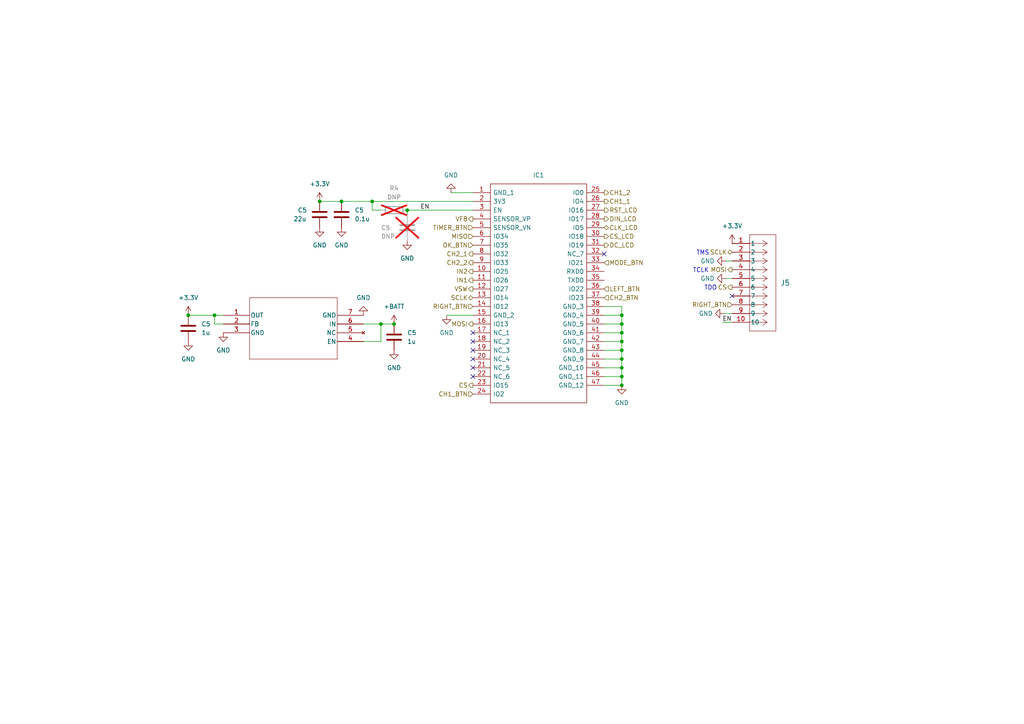
<source format=kicad_sch>
(kicad_sch (version 20230121) (generator eeschema)
  (paper "A4")
  (lib_symbols
    (symbol "2023-09-03_14-36-57:20021121-00010C4LF" (pin_names (offset 0.254)) (in_bom no)
      (property "Reference" "J" (at 8.89 6.35 0))
      (symbol "20021121-00010C4LF_1_1"
        (polyline (pts (xy 5.08 -25.4) (xy 12.7 -25.4)) (stroke (width 0.127)))
        (polyline (pts (xy 5.08 2.54) (xy 5.08 -25.4)) (stroke (width 0.127)))
        (polyline (pts (xy 10.16 -22.86) (xy 5.08 -22.86)) (stroke (width 0.127)))
        (polyline (pts (xy 10.16 -22.86) (xy 8.89 -23.7067)) (stroke (width 0.127)))
        (polyline (pts (xy 10.16 -22.86) (xy 8.89 -22.0133)) (stroke (width 0.127)))
        (polyline (pts (xy 10.16 -20.32) (xy 5.08 -20.32)) (stroke (width 0.127)))
        (polyline (pts (xy 10.16 -20.32) (xy 8.89 -21.1667)) (stroke (width 0.127)))
        (polyline (pts (xy 10.16 -20.32) (xy 8.89 -19.4733)) (stroke (width 0.127)))
        (polyline (pts (xy 10.16 -17.78) (xy 5.08 -17.78)) (stroke (width 0.127)))
        (polyline (pts (xy 10.16 -17.78) (xy 8.89 -18.6267)) (stroke (width 0.127)))
        (polyline (pts (xy 10.16 -17.78) (xy 8.89 -16.9333)) (stroke (width 0.127)))
        (polyline (pts (xy 10.16 -15.24) (xy 5.08 -15.24)) (stroke (width 0.127)))
        (polyline (pts (xy 10.16 -15.24) (xy 8.89 -16.0867)) (stroke (width 0.127)))
        (polyline (pts (xy 10.16 -15.24) (xy 8.89 -14.3933)) (stroke (width 0.127)))
        (polyline (pts (xy 10.16 -12.7) (xy 5.08 -12.7)) (stroke (width 0.127)))
        (polyline (pts (xy 10.16 -12.7) (xy 8.89 -13.5467)) (stroke (width 0.127)))
        (polyline (pts (xy 10.16 -12.7) (xy 8.89 -11.8533)) (stroke (width 0.127)))
        (polyline (pts (xy 10.16 -10.16) (xy 5.08 -10.16)) (stroke (width 0.127)))
        (polyline (pts (xy 10.16 -10.16) (xy 8.89 -11.0067)) (stroke (width 0.127)))
        (polyline (pts (xy 10.16 -10.16) (xy 8.89 -9.3133)) (stroke (width 0.127)))
        (polyline (pts (xy 10.16 -7.62) (xy 5.08 -7.62)) (stroke (width 0.127)))
        (polyline (pts (xy 10.16 -7.62) (xy 8.89 -8.4667)) (stroke (width 0.127)))
        (polyline (pts (xy 10.16 -7.62) (xy 8.89 -6.7733)) (stroke (width 0.127)))
        (polyline (pts (xy 10.16 -5.08) (xy 5.08 -5.08)) (stroke (width 0.127)))
        (polyline (pts (xy 10.16 -5.08) (xy 8.89 -5.9267)) (stroke (width 0.127)))
        (polyline (pts (xy 10.16 -5.08) (xy 8.89 -4.2333)) (stroke (width 0.127)))
        (polyline (pts (xy 10.16 -2.54) (xy 5.08 -2.54)) (stroke (width 0.127)))
        (polyline (pts (xy 10.16 -2.54) (xy 8.89 -3.3867)) (stroke (width 0.127)))
        (polyline (pts (xy 10.16 -2.54) (xy 8.89 -1.6933)) (stroke (width 0.127)))
        (polyline (pts (xy 10.16 0) (xy 5.08 0)) (stroke (width 0.127)))
        (polyline (pts (xy 10.16 0) (xy 8.89 -0.8467)) (stroke (width 0.127)))
        (polyline (pts (xy 10.16 0) (xy 8.89 0.8467)) (stroke (width 0.127)))
        (polyline (pts (xy 12.7 -25.4) (xy 12.7 2.54)) (stroke (width 0.127)))
        (polyline (pts (xy 12.7 2.54) (xy 5.08 2.54)) (stroke (width 0.127)))
        (pin unspecified line (at 0 0 0) (length 5.08) (name "1") (number "1"))
        (pin unspecified line (at 0 -22.86 0) (length 5.08) (name "10") (number "10"))
        (pin unspecified line (at 0 -2.54 0) (length 5.08) (name "2") (number "2"))
        (pin unspecified line (at 0 -5.08 0) (length 5.08) (name "3") (number "3"))
        (pin unspecified line (at 0 -7.62 0) (length 5.08) (name "4") (number "4"))
        (pin unspecified line (at 0 -10.16 0) (length 5.08) (name "5") (number "5"))
        (pin unspecified line (at 0 -12.7 0) (length 5.08) (name "6") (number "6"))
        (pin unspecified line (at 0 -15.24 0) (length 5.08) (name "7") (number "7"))
        (pin unspecified line (at 0 -17.78 0) (length 5.08) (name "8") (number "8"))
        (pin unspecified line (at 0 -20.32 0) (length 5.08) (name "9") (number "9"))
      )
      (symbol "20021121-00010C4LF_1_2"
        (polyline (pts (xy 5.08 -25.4) (xy 12.7 -25.4)) (stroke (width 0.127)))
        (polyline (pts (xy 5.08 2.54) (xy 5.08 -25.4)) (stroke (width 0.127)))
        (polyline (pts (xy 7.62 -22.86) (xy 5.08 -22.86)) (stroke (width 0.127)))
        (polyline (pts (xy 7.62 -22.86) (xy 8.89 -23.7067)) (stroke (width 0.127)))
        (polyline (pts (xy 7.62 -22.86) (xy 8.89 -22.0133)) (stroke (width 0.127)))
        (polyline (pts (xy 7.62 -20.32) (xy 5.08 -20.32)) (stroke (width 0.127)))
        (polyline (pts (xy 7.62 -20.32) (xy 8.89 -21.1667)) (stroke (width 0.127)))
        (polyline (pts (xy 7.62 -20.32) (xy 8.89 -19.4733)) (stroke (width 0.127)))
        (polyline (pts (xy 7.62 -17.78) (xy 5.08 -17.78)) (stroke (width 0.127)))
        (polyline (pts (xy 7.62 -17.78) (xy 8.89 -18.6267)) (stroke (width 0.127)))
        (polyline (pts (xy 7.62 -17.78) (xy 8.89 -16.9333)) (stroke (width 0.127)))
        (polyline (pts (xy 7.62 -15.24) (xy 5.08 -15.24)) (stroke (width 0.127)))
        (polyline (pts (xy 7.62 -15.24) (xy 8.89 -16.0867)) (stroke (width 0.127)))
        (polyline (pts (xy 7.62 -15.24) (xy 8.89 -14.3933)) (stroke (width 0.127)))
        (polyline (pts (xy 7.62 -12.7) (xy 5.08 -12.7)) (stroke (width 0.127)))
        (polyline (pts (xy 7.62 -12.7) (xy 8.89 -13.5467)) (stroke (width 0.127)))
        (polyline (pts (xy 7.62 -12.7) (xy 8.89 -11.8533)) (stroke (width 0.127)))
        (polyline (pts (xy 7.62 -10.16) (xy 5.08 -10.16)) (stroke (width 0.127)))
        (polyline (pts (xy 7.62 -10.16) (xy 8.89 -11.0067)) (stroke (width 0.127)))
        (polyline (pts (xy 7.62 -10.16) (xy 8.89 -9.3133)) (stroke (width 0.127)))
        (polyline (pts (xy 7.62 -7.62) (xy 5.08 -7.62)) (stroke (width 0.127)))
        (polyline (pts (xy 7.62 -7.62) (xy 8.89 -8.4667)) (stroke (width 0.127)))
        (polyline (pts (xy 7.62 -7.62) (xy 8.89 -6.7733)) (stroke (width 0.127)))
        (polyline (pts (xy 7.62 -5.08) (xy 5.08 -5.08)) (stroke (width 0.127)))
        (polyline (pts (xy 7.62 -5.08) (xy 8.89 -5.9267)) (stroke (width 0.127)))
        (polyline (pts (xy 7.62 -5.08) (xy 8.89 -4.2333)) (stroke (width 0.127)))
        (polyline (pts (xy 7.62 -2.54) (xy 5.08 -2.54)) (stroke (width 0.127)))
        (polyline (pts (xy 7.62 -2.54) (xy 8.89 -3.3867)) (stroke (width 0.127)))
        (polyline (pts (xy 7.62 -2.54) (xy 8.89 -1.6933)) (stroke (width 0.127)))
        (polyline (pts (xy 7.62 0) (xy 5.08 0)) (stroke (width 0.127)))
        (polyline (pts (xy 7.62 0) (xy 8.89 -0.8467)) (stroke (width 0.127)))
        (polyline (pts (xy 7.62 0) (xy 8.89 0.8467)) (stroke (width 0.127)))
        (polyline (pts (xy 12.7 -25.4) (xy 12.7 2.54)) (stroke (width 0.127)))
        (polyline (pts (xy 12.7 2.54) (xy 5.08 2.54)) (stroke (width 0.127)))
        (pin unspecified line (at 0 0 0) (length 5.08) (name "1") (number "1"))
        (pin unspecified line (at 0 -22.86 0) (length 5.08) (name "10") (number "10"))
        (pin unspecified line (at 0 -2.54 0) (length 5.08) (name "2") (number "2"))
        (pin unspecified line (at 0 -5.08 0) (length 5.08) (name "3") (number "3"))
        (pin unspecified line (at 0 -7.62 0) (length 5.08) (name "4") (number "4"))
        (pin unspecified line (at 0 -10.16 0) (length 5.08) (name "5") (number "5"))
        (pin unspecified line (at 0 -12.7 0) (length 5.08) (name "6") (number "6"))
        (pin unspecified line (at 0 -15.24 0) (length 5.08) (name "7") (number "7"))
        (pin unspecified line (at 0 -17.78 0) (length 5.08) (name "8") (number "8"))
        (pin unspecified line (at 0 -20.32 0) (length 5.08) (name "9") (number "9"))
      )
    )
    (symbol "2023-09-03_14-36-57:ESP32-WROOM-32E-N8" (pin_names (offset 0.762))
      (property "Reference" "IC" (at -1.27 2.54 0))
      (symbol "ESP32-WROOM-32E-N8_0_0"
        (pin passive line (at -19.05 -2.54 0) (length 5.08) (name "GND_1") (number "1"))
        (pin passive line (at -19.05 -25.4 0) (length 5.08) (name "IO25") (number "10"))
        (pin passive line (at -19.05 -27.94 0) (length 5.08) (name "IO26") (number "11"))
        (pin passive line (at -19.05 -30.48 0) (length 5.08) (name "IO27") (number "12"))
        (pin passive line (at -19.05 -33.02 0) (length 5.08) (name "IO14") (number "13"))
        (pin passive line (at -19.05 -35.56 0) (length 5.08) (name "IO12") (number "14"))
        (pin passive line (at -19.05 -38.1 0) (length 5.08) (name "GND_2") (number "15"))
        (pin passive line (at -19.05 -40.64 0) (length 5.08) (name "IO13") (number "16"))
        (pin passive line (at -19.05 -43.18 0) (length 5.08) (name "NC_1") (number "17"))
        (pin passive line (at -19.05 -45.72 0) (length 5.08) (name "NC_2") (number "18"))
        (pin passive line (at -19.05 -48.26 0) (length 5.08) (name "NC_3") (number "19"))
        (pin passive line (at -19.05 -5.08 0) (length 5.08) (name "3V3") (number "2"))
        (pin passive line (at -19.05 -50.8 0) (length 5.08) (name "NC_4") (number "20"))
        (pin passive line (at -19.05 -53.34 0) (length 5.08) (name "NC_5") (number "21"))
        (pin passive line (at -19.05 -55.88 0) (length 5.08) (name "NC_6") (number "22"))
        (pin passive line (at -19.05 -58.42 0) (length 5.08) (name "IO15") (number "23"))
        (pin passive line (at -19.05 -60.96 0) (length 5.08) (name "IO2") (number "24"))
        (pin passive line (at 19.05 -2.54 180) (length 5.08) (name "IO0") (number "25"))
        (pin passive line (at 19.05 -5.08 180) (length 5.08) (name "IO4") (number "26"))
        (pin passive line (at 19.05 -7.62 180) (length 5.08) (name "IO16") (number "27"))
        (pin passive line (at 19.05 -10.16 180) (length 5.08) (name "IO17") (number "28"))
        (pin passive line (at 19.05 -12.7 180) (length 5.08) (name "IO5") (number "29"))
        (pin passive line (at -19.05 -7.62 0) (length 5.08) (name "EN") (number "3"))
        (pin passive line (at 19.05 -15.24 180) (length 5.08) (name "IO18") (number "30"))
        (pin passive line (at 19.05 -17.78 180) (length 5.08) (name "IO19") (number "31"))
        (pin passive line (at 19.05 -20.32 180) (length 5.08) (name "NC_7") (number "32"))
        (pin passive line (at 19.05 -22.86 180) (length 5.08) (name "IO21") (number "33"))
        (pin passive line (at 19.05 -25.4 180) (length 5.08) (name "RXD0") (number "34"))
        (pin passive line (at 19.05 -27.94 180) (length 5.08) (name "TXD0") (number "35"))
        (pin passive line (at 19.05 -30.48 180) (length 5.08) (name "IO22") (number "36"))
        (pin passive line (at 19.05 -33.02 180) (length 5.08) (name "IO23") (number "37"))
        (pin passive line (at 19.05 -35.56 180) (length 5.08) (name "GND_3") (number "38"))
        (pin passive line (at 19.05 -38.1 180) (length 5.08) (name "GND_4") (number "39"))
        (pin passive line (at -19.05 -10.16 0) (length 5.08) (name "SENSOR_VP") (number "4"))
        (pin passive line (at 19.05 -40.64 180) (length 5.08) (name "GND_5") (number "40"))
        (pin passive line (at 19.05 -43.18 180) (length 5.08) (name "GND_6") (number "41"))
        (pin passive line (at 19.05 -45.72 180) (length 5.08) (name "GND_7") (number "42"))
        (pin passive line (at 19.05 -48.26 180) (length 5.08) (name "GND_8") (number "43"))
        (pin passive line (at 19.05 -50.8 180) (length 5.08) (name "GND_9") (number "44"))
        (pin passive line (at 19.05 -53.34 180) (length 5.08) (name "GND_10") (number "45"))
        (pin passive line (at 19.05 -55.88 180) (length 5.08) (name "GND_11") (number "46"))
        (pin passive line (at 19.05 -58.42 180) (length 5.08) (name "GND_12") (number "47"))
        (pin passive line (at -19.05 -12.7 0) (length 5.08) (name "SENSOR_VN") (number "5"))
        (pin passive line (at -19.05 -15.24 0) (length 5.08) (name "IO34") (number "6"))
        (pin passive line (at -19.05 -17.78 0) (length 5.08) (name "IO35") (number "7"))
        (pin passive line (at -19.05 -20.32 0) (length 5.08) (name "IO32") (number "8"))
        (pin passive line (at -19.05 -22.86 0) (length 5.08) (name "IO33") (number "9"))
      )
      (symbol "ESP32-WROOM-32E-N8_0_1"
        (polyline (pts (xy -13.97 0) (xy 13.97 0) (xy 13.97 -63.5) (xy -13.97 -63.5) (xy -13.97 0)) (stroke (width 0.1524)))
      )
    )
    (symbol "2023-09-03_14-36-57:NCP176AMX330TCG" (pin_names (offset 0.254))
      (symbol "NCP176AMX330TCG_0_1"
        (polyline (pts (xy 7.62 -12.7) (xy 33.02 -12.7)) (stroke (width 0.127)))
        (polyline (pts (xy 7.62 5.08) (xy 7.62 -12.7)) (stroke (width 0.127)))
        (polyline (pts (xy 33.02 -12.7) (xy 33.02 5.08)) (stroke (width 0.127)))
        (polyline (pts (xy 33.02 5.08) (xy 7.62 5.08)) (stroke (width 0.127)))
        (pin output line (at 0 0 0) (length 7.62) (name "OUT") (number "1"))
        (pin input line (at 0 -2.54 0) (length 7.62) (name "FB") (number "2"))
        (pin power_out line (at 0 -5.08 0) (length 7.62) (name "GND") (number "3"))
        (pin input line (at 40.64 -7.62 180) (length 7.62) (name "EN") (number "4"))
        (pin no_connect line (at 40.64 -5.08 180) (length 7.62) (name "NC") (number "5"))
        (pin power_in line (at 40.64 -2.54 180) (length 7.62) (name "IN") (number "6"))
        (pin power_out line (at 40.64 0 180) (length 7.62) (name "GND") (number "7"))
      )
    )
    (symbol "Device:C" (pin_numbers hide) (pin_names (offset 0.254))
      (property "Reference" "C" (at 0.635 2.54 0))
      (property "Value" "C" (at 0.635 -2.54 0))
      (symbol "C_0_1"
        (polyline (pts (xy -2.032 -0.762) (xy 2.032 -0.762)) (stroke (width 0.508)))
        (polyline (pts (xy -2.032 0.762) (xy 2.032 0.762)) (stroke (width 0.508)))
      )
      (symbol "C_1_1"
        (pin passive line (at 0 3.81 270) (length 2.794) (name "~") (number "1"))
        (pin passive line (at 0 -3.81 90) (length 2.794) (name "~") (number "2"))
      )
    )
    (symbol "Device:R" (pin_numbers hide) (pin_names (offset 0))
      (property "Reference" "R" (at 2.032 0 90))
      (property "Value" "R" (at 0 0 90))
      (symbol "R_0_1"
        (rectangle (start -1.016 -2.54) (end 1.016 2.54) (stroke (width 0.254)))
      )
      (symbol "R_1_1"
        (pin passive line (at 0 3.81 270) (length 1.27) (name "~") (number "1"))
        (pin passive line (at 0 -3.81 90) (length 1.27) (name "~") (number "2"))
      )
    )
    (symbol "power:+3.3V" (power) (pin_names (offset 0))
      (property "Value" "+3.3V" (at 0 3.556 0))
      (symbol "+3.3V_0_1"
        (polyline (pts (xy -0.762 1.27) (xy 0 2.54)))
        (polyline (pts (xy 0 0) (xy 0 2.54)))
        (polyline (pts (xy 0 2.54) (xy 0.762 1.27)))
      )
      (symbol "+3.3V_1_1"
        (pin power_in line (at 0 0 90) (length 0) hide (name "+3.3V") (number "1"))
      )
    )
    (symbol "power:+BATT" (power) (pin_names (offset 0))
      (property "Value" "+BATT" (at 0 3.556 0))
      (symbol "+BATT_0_1"
        (polyline (pts (xy -0.762 1.27) (xy 0 2.54)))
        (polyline (pts (xy 0 0) (xy 0 2.54)))
        (polyline (pts (xy 0 2.54) (xy 0.762 1.27)))
      )
      (symbol "+BATT_1_1"
        (pin power_in line (at 0 0 90) (length 0) hide (name "+BATT") (number "1"))
      )
    )
    (symbol "power:GND" (power) (pin_names (offset 0))
      (property "Value" "GND" (at 0 -3.81 0))
      (symbol "GND_0_1"
        (polyline (pts (xy 0 0) (xy 0 -1.27) (xy 1.27 -1.27) (xy 0 -2.54) (xy -1.27 -1.27) (xy 0 -1.27)))
      )
      (symbol "GND_1_1"
        (pin power_in line (at 0 0 270) (length 0) hide (name "GND") (number "1"))
      )
    )
  )
  (junction (at 180.34 101.6))
  (junction (at 180.34 91.44))
  (junction (at 180.34 99.06))
  (junction (at 118.11 60.96))
  (junction (at 62.23 91.44))
  (junction (at 92.71 58.42))
  (junction (at 107.95 58.42))
  (junction (at 114.3 93.98))
  (junction (at 180.34 109.22))
  (junction (at 180.34 111.76))
  (junction (at 99.06 58.42))
  (junction (at 54.61 91.44))
  (junction (at 180.34 106.68))
  (junction (at 180.34 93.98))
  (junction (at 110.49 93.98))
  (junction (at 180.34 104.14))
  (junction (at 180.34 96.52))
  (no_connect (at 137.16 96.52))
  (no_connect (at 212.344 85.852))
  (no_connect (at 137.16 99.06))
  (no_connect (at 137.16 106.68))
  (no_connect (at 175.26 73.66))
  (no_connect (at 137.16 104.14))
  (no_connect (at 137.16 109.22))
  (no_connect (at 137.16 101.6))
  (wire (pts (xy 110.49 99.06) (xy 110.49 93.98)))
  (wire (pts (xy 175.26 106.68) (xy 180.34 106.68)))
  (wire (pts (xy 64.77 93.98) (xy 62.23 93.98)))
  (wire (pts (xy 180.34 106.68) (xy 180.34 109.22)))
  (wire (pts (xy 92.71 58.42) (xy 99.06 58.42)))
  (wire (pts (xy 175.26 96.52) (xy 180.34 96.52)))
  (wire (pts (xy 180.34 96.52) (xy 180.34 99.06)))
  (wire (pts (xy 180.34 101.6) (xy 180.34 104.14)))
  (wire (pts (xy 110.49 93.98) (xy 114.3 93.98)))
  (wire (pts (xy 105.41 99.06) (xy 110.49 99.06)))
  (wire (pts (xy 54.61 91.44) (xy 62.23 91.44)))
  (wire (pts (xy 175.26 91.44) (xy 180.34 91.44)))
  (wire (pts (xy 105.41 93.98) (xy 110.49 93.98)))
  (wire (pts (xy 210.566 80.772) (xy 212.344 80.772)))
  (wire (pts (xy 62.23 91.44) (xy 64.77 91.44)))
  (wire (pts (xy 99.06 58.42) (xy 107.95 58.42)))
  (wire (pts (xy 107.95 58.42) (xy 137.16 58.42)))
  (wire (pts (xy 110.49 60.96) (xy 107.95 60.96)))
  (wire (pts (xy 175.26 111.76) (xy 180.34 111.76)))
  (wire (pts (xy 175.26 109.22) (xy 180.34 109.22)))
  (wire (pts (xy 129.54 91.44) (xy 137.16 91.44)))
  (wire (pts (xy 210.058 90.932) (xy 212.344 90.932)))
  (wire (pts (xy 175.26 101.6) (xy 180.34 101.6)))
  (wire (pts (xy 180.34 88.9) (xy 180.34 91.44)))
  (wire (pts (xy 175.26 88.9) (xy 180.34 88.9)))
  (wire (pts (xy 107.95 60.96) (xy 107.95 58.42)))
  (wire (pts (xy 180.34 99.06) (xy 180.34 101.6)))
  (wire (pts (xy 180.34 109.22) (xy 180.34 111.76)))
  (wire (pts (xy 209.55 93.472) (xy 212.344 93.472)))
  (wire (pts (xy 175.26 93.98) (xy 180.34 93.98)))
  (wire (pts (xy 175.26 99.06) (xy 180.34 99.06)))
  (wire (pts (xy 210.566 75.692) (xy 212.344 75.692)))
  (wire (pts (xy 180.34 93.98) (xy 180.34 96.52)))
  (wire (pts (xy 175.26 104.14) (xy 180.34 104.14)))
  (wire (pts (xy 62.23 93.98) (xy 62.23 91.44)))
  (wire (pts (xy 180.34 91.44) (xy 180.34 93.98)))
  (wire (pts (xy 137.16 60.96) (xy 118.11 60.96)))
  (wire (pts (xy 180.34 104.14) (xy 180.34 106.68)))
  (wire (pts (xy 118.11 60.96) (xy 118.11 62.23)))
  (wire (pts (xy 137.16 55.88) (xy 130.81 55.88)))
  (text "TCLK\n" (at 200.914 79.248 0) (effects (font (size 1.27 1.27)) (justify left bottom)))
  (text "TDO" (at 204.216 84.328 0) (effects (font (size 1.27 1.27)) (justify left bottom)))
  (text "TMS" (at 201.93 74.168 0) (effects (font (size 1.27 1.27)) (justify left bottom)))
  (label "EN" (at 121.92 60.96 0))
  (label "EN" (at 209.55 93.472 0))
  (hierarchical_label "IN2" (shape output) (at 137.16 78.74 180))
  (hierarchical_label "IN1" (shape output) (at 137.16 81.28 180))
  (hierarchical_label "CH1_1" (shape output) (at 175.26 58.42 0))
  (hierarchical_label "CS" (shape output) (at 212.344 83.312 180))
  (hierarchical_label "SCLK" (shape bidirectional) (at 137.16 86.36 180))
  (hierarchical_label "MOSI" (shape output) (at 212.344 78.232 180))
  (hierarchical_label "DIN_LCD" (shape output) (at 175.26 63.5 0))
  (hierarchical_label "VSW" (shape output) (at 137.16 83.82 180))
  (hierarchical_label "CS" (shape output) (at 137.16 111.76 180))
  (hierarchical_label "CH2_BTN" (shape input) (at 175.26 86.36 0))
  (hierarchical_label "CH2_2" (shape output) (at 137.16 76.2 180))
  (hierarchical_label "RIGHT_BTN" (shape input) (at 137.16 88.9 180))
  (hierarchical_label "SCLK" (shape bidirectional) (at 212.344 73.152 180))
  (hierarchical_label "CS_LCD" (shape output) (at 175.26 68.58 0))
  (hierarchical_label "OK_BTN" (shape input) (at 137.16 71.12 180))
  (hierarchical_label "RIGHT_BTN" (shape input) (at 212.344 88.392 180))
  (hierarchical_label "DC_LCD" (shape output) (at 175.26 71.12 0))
  (hierarchical_label "VFB" (shape output) (at 137.16 63.5 180))
  (hierarchical_label "MOSI" (shape output) (at 137.16 93.98 180))
  (hierarchical_label "RST_LCD" (shape output) (at 175.26 60.96 0))
  (hierarchical_label "CH1_BTN" (shape input) (at 137.16 114.3 180))
  (hierarchical_label "CLK_LCD" (shape bidirectional) (at 175.26 66.04 0))
  (hierarchical_label "TIMER_BTN" (shape input) (at 137.16 66.04 180))
  (hierarchical_label "LEFT_BTN" (shape input) (at 175.26 83.82 0))
  (hierarchical_label "MISO" (shape input) (at 137.16 68.58 180))
  (hierarchical_label "MODE_BTN" (shape input) (at 175.26 76.2 0))
  (hierarchical_label "CH1_2" (shape output) (at 175.26 55.88 0))
  (hierarchical_label "CH2_1" (shape output) (at 137.16 73.66 180))
  (symbol (lib_id "power:GND") (at 210.566 80.772 270) (unit 1)
    (property "Reference" "#PWR072" (effects hide))
    (property "Value" "GND" (at 207.264 80.772 90) (effects (justify right)))
  )
  (symbol (lib_id "power:GND") (at 129.54 91.44 0) (unit 1)
    (property "Reference" "#PWR036" (effects hide))
    (property "Value" "GND" (at 129.54 96.52 0))
  )
  (symbol (lib_id "Device:C") (at 118.11 66.04 0) (unit 1) (in_bom no) (dnp yes)
    (property "Reference" "C5" (at 110.49 66.04 0) (effects (justify left)))
    (property "Value" "DNP" (at 110.49 68.58 0) (effects (justify left)))
    (property "Footprint" "Capacitor_SMD:C_0402_1005Metric" (effects hide))
    (property "Manufacturer" "DNP" (effects hide))
    (property "Manufacturer Part Number" "DNP" (effects hide))
    (property "Package" "0402" (effects hide))
    (property "Description" "DNP" (effects hide))
    (property "Long Description" "DNP" (effects hide))
    (property "Manufacturing Note" "D" (effects hide))
    (instances (project "MaxTENS" (path "" (reference "C5") (unit 1)) (path "" (reference "C8") (unit 1))))
  )
  (symbol (lib_id "power:+BATT") (at 114.3 93.98 0) (unit 1)
    (property "Reference" "#PWR040" (effects hide))
    (property "Value" "+BATT" (at 114.3 88.9 0))
    (instances (project "MaxTENS" (path "" (reference "#PWR040") (unit 1)) (path "" (reference "#PWR064") (unit 1))))
  )
  (symbol (lib_id "power:GND") (at 99.06 66.04 0) (unit 1)
    (property "Reference" "#PWR031" (effects hide))
    (property "Value" "GND" (at 99.06 71.12 0))
  )
  (symbol (lib_id "2023-09-03_14-36-57:NCP176AMX330TCG") (at 64.77 91.44 0) (unit 1)
    (property "Reference" "U4" (effects hide))
    (property "Value" "NCP176AMX330TCG" (effects hide))
    (property "Footprint" "Library:XDFN6_711AT_ONS" (effects hide))
    (property "Datasheet" "NCP176AMX330TCG" (effects hide))
    (property "Manufacturer" "Onsemi" (effects hide))
    (property "Manufacturer Part Number" "NCP176AMX330TCG" (effects hide))
    (property "Description" "IC REG LINEAR 3.3V 500MA 6XDFN" (effects hide))
    (property "Detailed Description" "Linear Voltage Regulator IC Positive Fixed 1 Output 500mA 6-XDFN (1.2x1.2)" (effects hide))
    (property "Package" "6-XDFN (1.2x1.2)" (effects hide))
    (property "Manufacturing Note" "B" (effects hide))
  )
  (symbol (lib_id "Device:R") (at 114.3 60.96 90) (unit 1) (in_bom no) (dnp yes)
    (property "Reference" "R4" (at 114.3 54.61 90))
    (property "Value" "DNP" (at 114.3 57.15 90))
    (property "Footprint" "Resistor_SMD:R_0402_1005Metric" (effects hide))
    (property "Manufacturer" "Yageo" (effects hide))
    (property "Manufacturer Part Number" "DNP" (effects hide))
    (property "Manufacturing Note" "D" (effects hide))
    (property "Description" "DNP" (effects hide))
    (property "Long Description" "DNP" (effects hide))
    (instances (project "MaxTENS" (path "" (reference "R4") (unit 1)) (path "" (reference "R16") (unit 1))))
  )
  (symbol (lib_id "Device:C") (at 99.06 62.23 0) (unit 1)
    (property "Reference" "C5" (at 102.87 60.96 0) (effects (justify left)))
    (property "Value" "0.1u" (at 102.87 63.5 0) (effects (justify left)))
    (property "Footprint" "Capacitor_SMD:C_0402_1005Metric" (effects hide))
    (property "Manufacturer" "Murata" (effects hide))
    (property "Manufacturer Part Number" "GRM155R71H104KE14J" (effects hide))
    (property "Package" "0402" (effects hide))
    (property "Description" "CAP CER 0.1UF 50V X7R 0402" (effects hide))
    (property "Long Description" "0.1 µF ±10% 50V Ceramic Capacitor X7R 0402 (1005 Metric)" (effects hide))
    (property "Manufacturing Note" "D" (effects hide))
    (instances (project "MaxTENS" (path "" (reference "C5") (unit 1)) (path "" (reference "C6") (unit 1))))
  )
  (symbol (lib_id "power:GND") (at 180.34 111.76 0) (unit 1)
    (property "Reference" "#PWR035" (effects hide))
    (property "Value" "GND" (at 180.34 116.84 0))
  )
  (symbol (lib_id "power:GND") (at 64.77 96.52 0) (unit 1)
    (property "Reference" "#PWR062" (effects hide))
    (property "Value" "GND" (at 64.77 101.6 0))
  )
  (symbol (lib_id "power:GND") (at 114.3 101.6 0) (unit 1)
    (property "Reference" "#PWR060" (effects hide))
    (property "Value" "GND" (at 114.3 106.68 0))
  )
  (symbol (lib_id "power:GND") (at 130.81 55.88 180) (unit 1)
    (property "Reference" "#PWR030" (effects hide))
    (property "Value" "GND" (at 130.81 50.8 0))
  )
  (symbol (lib_id "power:+3.3V") (at 212.344 70.612 0) (unit 1)
    (property "Reference" "#PWR070" (effects hide))
    (property "Value" "+3.3V" (at 212.344 65.532 0))
  )
  (symbol (lib_id "2023-09-03_14-36-57:ESP32-WROOM-32E-N8") (at 156.21 53.34 0) (unit 1)
    (property "Reference" "IC1" (at 156.21 50.8 0))
    (property "Value" "ESP32-WROOM-32E-N8" (effects hide))
    (property "Footprint" "Library:ESP32WROOM32EN8" (effects hide))
    (property "Datasheet" "https://www.google.com/url?sa=t&rct=j&q=&esrc=s&source=web&cd=&ved=2ahUKEwjLw4ysybv2AhXFzIUKHZUbB64QFnoECCwQAQ&url=https%3A%2F%2Fwww.espressif.com%2Fsites%2Fdefault%2Ffiles%2Fdocumentation%2Fesp32-wroom-32e_esp32-wroom-32ue_datasheet_en.pdf&usg=AOvVaw1xSL" (effects hide))
    (property "Description" "WiFi Modules - 802.11 SMD Module ESP32-WROOM-32E, ESP32-D0WD-V3, 8 MB SPI flash, PCB antenna" (effects hide))
    (property "Manufacturer" "Espressif Systems" (effects hide))
    (property "Manufacturer Part Number" "ESP32-WROOM-32E-N8" (effects hide))
    (property "Package" "SMD" (effects hide))
    (property "Long Description" "Multiprotocol Modules SMD Module ESP32-WROOM-32E, ESP32-D0WD-V3, 8 MB SPI flash, PCB antenna" (effects hide))
    (property "Manufacturing Note" "A" (effects hide))
  )
  (symbol (lib_id "2023-09-03_14-36-57:20021121-00010C4LF") (at 212.344 70.612 0) (unit 1) (in_bom no)
    (property "Reference" "J5" (at 226.314 82.042 0) (effects (font (size 1.524 1.524)) (justify left)))
    (property "Value" "20021121-00010C4LF" (effects hide))
    (property "Footprint" "CONN_00010C4LF_AMP" (effects hide))
    (property "Datasheet" "20021121-00010C4LF" (effects hide))
    (property "Manufacturer Part Number" "20021121-00010C4LF" (effects hide))
    (property "Manufacturer" "Amphenol" (effects hide))
    (property "Manufacturing Note" "D" (effects hide))
    (property "Package" "SMD" (effects hide))
  )
  (symbol (lib_id "power:GND") (at 118.11 69.85 0) (unit 1)
    (property "Reference" "#PWR034" (effects hide))
    (property "Value" "GND" (at 118.11 74.93 0))
  )
  (symbol (lib_id "power:GND") (at 105.41 91.44 180) (unit 1)
    (property "Reference" "#PWR061" (effects hide))
    (property "Value" "GND" (at 105.41 86.36 0))
  )
  (symbol (lib_id "power:GND") (at 210.566 75.692 270) (unit 1)
    (property "Reference" "#PWR071" (effects hide))
    (property "Value" "GND" (at 207.264 75.692 90) (effects (justify right)))
  )
  (symbol (lib_id "power:+3.3V") (at 54.61 91.44 0) (unit 1)
    (property "Reference" "#PWR065" (effects hide))
    (property "Value" "+3.3V" (at 54.61 86.36 0))
  )
  (symbol (lib_id "power:+3.3V") (at 92.71 58.42 0) (unit 1)
    (property "Reference" "#PWR033" (effects hide))
    (property "Value" "+3.3V" (at 92.71 53.34 0))
  )
  (symbol (lib_id "power:GND") (at 210.058 90.932 270) (unit 1)
    (property "Reference" "#PWR073" (effects hide))
    (property "Value" "GND" (at 206.756 90.932 90) (effects (justify right)))
  )
  (symbol (lib_id "power:GND") (at 92.71 66.04 0) (unit 1)
    (property "Reference" "#PWR032" (effects hide))
    (property "Value" "GND" (at 92.71 71.12 0))
  )
  (symbol (lib_id "Device:C") (at 92.71 62.23 0) (unit 1)
    (property "Reference" "C5" (at 86.36 60.96 0) (effects (justify left)))
    (property "Value" "22u" (at 85.09 63.5 0) (effects (justify left)))
    (property "Footprint" "Capacitor_SMD:C_0805_2012Metric" (effects hide))
    (property "Manufacturer" "Murata" (effects hide))
    (property "Manufacturer Part Number" "GRM21BR61E226ME44K" (effects hide))
    (property "Package" "0805" (effects hide))
    (property "Description" "CAP CER 22UF 25V X5R 0805" (effects hide))
    (property "Long Description" "22 µF ±20% 25V Ceramic Capacitor X5R 0805 (2012 Metric)" (effects hide))
    (property "Manufacturing Note" "D" (effects hide))
    (instances (project "MaxTENS" (path "" (reference "C5") (unit 1)) (path "" (reference "C7") (unit 1))))
  )
  (symbol (lib_id "Device:C") (at 114.3 97.79 0) (unit 1)
    (property "Reference" "C5" (at 118.11 96.52 0) (effects (justify left)))
    (property "Value" "1u" (at 118.11 99.06 0) (effects (justify left)))
    (property "Footprint" "Capacitor_SMD:C_0603_1608Metric" (effects hide))
    (property "Manufacturer" "Murata" (effects hide))
    (property "Manufacturer Part Number" "GRT188R71E105KE13D" (effects hide))
    (property "Package" "0603" (effects hide))
    (property "Description" "CAP CER 1UF 25V X7R 0402" (effects hide))
    (property "Long Description" "1 µF ±10% 25V Ceramic Capacitor X7R 0402 (1005 Metric)" (effects hide))
    (property "Manufacturing Note" "D" (effects hide))
    (instances (project "MaxTENS" (path "" (reference "C5") (unit 1)) (path "" (reference "C13") (unit 1)) (path "" (reference "C9") (unit 1))))
  )
  (symbol (lib_id "Device:C") (at 54.61 95.25 0) (unit 1)
    (property "Reference" "C5" (at 58.42 93.98 0) (effects (justify left)))
    (property "Value" "1u" (at 58.42 96.52 0) (effects (justify left)))
    (property "Footprint" "Capacitor_SMD:C_0603_1608Metric" (effects hide))
    (property "Manufacturer" "Murata" (effects hide))
    (property "Manufacturer Part Number" "GRT188R71E105KE13D" (effects hide))
    (property "Package" "0603" (effects hide))
    (property "Description" "CAP CER 1UF 25V X7R 0402" (effects hide))
    (property "Long Description" "1 µF ±10% 25V Ceramic Capacitor X7R 0402 (1005 Metric)" (effects hide))
    (property "Manufacturing Note" "D" (effects hide))
    (instances (project "MaxTENS" (path "" (reference "C5") (unit 1)) (path "" (reference "C14") (unit 1)) (path "" (reference "C9") (unit 1))))
  )
  (symbol (lib_id "power:GND") (at 54.61 99.06 0) (unit 1)
    (property "Reference" "#PWR063" (effects hide))
    (property "Value" "GND" (at 54.61 104.14 0))
  )
)
</source>
